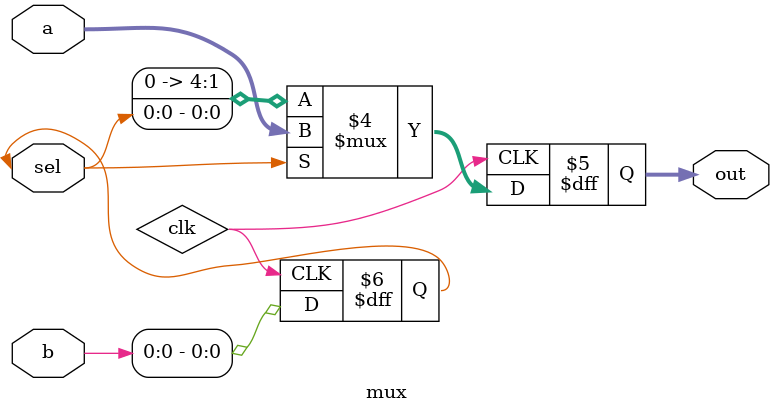
<source format=v>
module mux( 
input [4:0] a, b,
input sel,
output [4:0] out );
// When sel=0, assign a to out. 
// When sel=1, assign b to out.
always @(posedge clk) sel <= b;
always @(posedge clk)
  out <= sel ? a : sel;
endmodule

</source>
